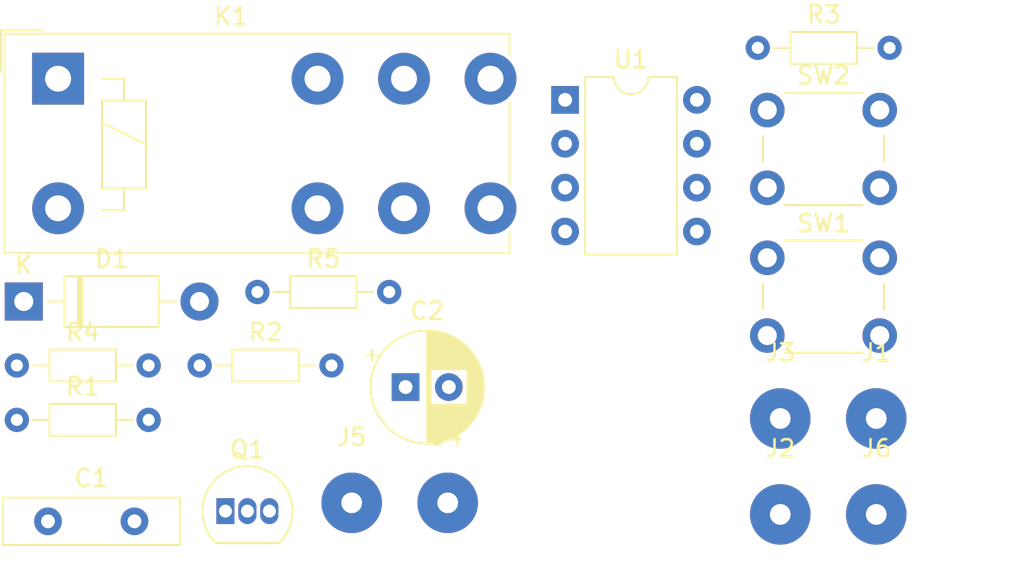
<source format=kicad_pcb>
(kicad_pcb (version 20171130) (host pcbnew "(5.1.5)-3")

  (general
    (thickness 1.6)
    (drawings 0)
    (tracks 0)
    (zones 0)
    (modules 19)
    (nets 14)
  )

  (page A4)
  (layers
    (0 F.Cu signal)
    (31 B.Cu signal)
    (32 B.Adhes user)
    (33 F.Adhes user)
    (34 B.Paste user)
    (35 F.Paste user)
    (36 B.SilkS user)
    (37 F.SilkS user)
    (38 B.Mask user)
    (39 F.Mask user)
    (40 Dwgs.User user)
    (41 Cmts.User user)
    (42 Eco1.User user)
    (43 Eco2.User user)
    (44 Edge.Cuts user)
    (45 Margin user)
    (46 B.CrtYd user)
    (47 F.CrtYd user)
    (48 B.Fab user)
    (49 F.Fab user)
  )

  (setup
    (last_trace_width 0.25)
    (trace_clearance 0.2)
    (zone_clearance 0.508)
    (zone_45_only no)
    (trace_min 0.2)
    (via_size 0.8)
    (via_drill 0.4)
    (via_min_size 0.4)
    (via_min_drill 0.3)
    (uvia_size 0.3)
    (uvia_drill 0.1)
    (uvias_allowed no)
    (uvia_min_size 0.2)
    (uvia_min_drill 0.1)
    (edge_width 0.05)
    (segment_width 0.2)
    (pcb_text_width 0.3)
    (pcb_text_size 1.5 1.5)
    (mod_edge_width 0.12)
    (mod_text_size 1 1)
    (mod_text_width 0.15)
    (pad_size 1.524 1.524)
    (pad_drill 0.762)
    (pad_to_mask_clearance 0.051)
    (solder_mask_min_width 0.25)
    (aux_axis_origin 0 0)
    (visible_elements FFFFFF7F)
    (pcbplotparams
      (layerselection 0x010fc_ffffffff)
      (usegerberextensions false)
      (usegerberattributes false)
      (usegerberadvancedattributes false)
      (creategerberjobfile false)
      (excludeedgelayer true)
      (linewidth 0.100000)
      (plotframeref false)
      (viasonmask false)
      (mode 1)
      (useauxorigin false)
      (hpglpennumber 1)
      (hpglpenspeed 20)
      (hpglpendiameter 15.000000)
      (psnegative false)
      (psa4output false)
      (plotreference true)
      (plotvalue true)
      (plotinvisibletext false)
      (padsonsilk false)
      (subtractmaskfromsilk false)
      (outputformat 1)
      (mirror false)
      (drillshape 1)
      (scaleselection 1)
      (outputdirectory ""))
  )

  (net 0 "")
  (net 1 GND)
  (net 2 "Net-(C1-Pad1)")
  (net 3 "Net-(C2-Pad1)")
  (net 4 "Net-(D1-Pad2)")
  (net 5 +12V)
  (net 6 "Net-(J3-Pad1)")
  (net 7 "Net-(J5-Pad1)")
  (net 8 "Net-(K1-Pad12)")
  (net 9 "Net-(K1-Pad22)")
  (net 10 "Net-(Q1-Pad2)")
  (net 11 "Net-(R1-Pad2)")
  (net 12 "Net-(R2-Pad2)")
  (net 13 "Net-(R4-Pad1)")

  (net_class Default "Toto je výchozí třída sítě."
    (clearance 0.2)
    (trace_width 0.25)
    (via_dia 0.8)
    (via_drill 0.4)
    (uvia_dia 0.3)
    (uvia_drill 0.1)
    (add_net +12V)
    (add_net GND)
    (add_net "Net-(C1-Pad1)")
    (add_net "Net-(C2-Pad1)")
    (add_net "Net-(D1-Pad2)")
    (add_net "Net-(J3-Pad1)")
    (add_net "Net-(J5-Pad1)")
    (add_net "Net-(K1-Pad12)")
    (add_net "Net-(K1-Pad22)")
    (add_net "Net-(Q1-Pad2)")
    (add_net "Net-(R1-Pad2)")
    (add_net "Net-(R2-Pad2)")
    (add_net "Net-(R4-Pad1)")
  )

  (module Package_DIP:DIP-8_W7.62mm (layer F.Cu) (tedit 5A02E8C5) (tstamp 5FCFFEFA)
    (at 74.985 91.18)
    (descr "8-lead though-hole mounted DIP package, row spacing 7.62 mm (300 mils)")
    (tags "THT DIP DIL PDIP 2.54mm 7.62mm 300mil")
    (path /5FCF9D7F)
    (fp_text reference U1 (at 3.81 -2.33) (layer F.SilkS)
      (effects (font (size 1 1) (thickness 0.15)))
    )
    (fp_text value NE555 (at 3.81 9.95) (layer F.Fab)
      (effects (font (size 1 1) (thickness 0.15)))
    )
    (fp_text user %R (at 3.81 3.81) (layer F.Fab)
      (effects (font (size 1 1) (thickness 0.15)))
    )
    (fp_line (start 8.7 -1.55) (end -1.1 -1.55) (layer F.CrtYd) (width 0.05))
    (fp_line (start 8.7 9.15) (end 8.7 -1.55) (layer F.CrtYd) (width 0.05))
    (fp_line (start -1.1 9.15) (end 8.7 9.15) (layer F.CrtYd) (width 0.05))
    (fp_line (start -1.1 -1.55) (end -1.1 9.15) (layer F.CrtYd) (width 0.05))
    (fp_line (start 6.46 -1.33) (end 4.81 -1.33) (layer F.SilkS) (width 0.12))
    (fp_line (start 6.46 8.95) (end 6.46 -1.33) (layer F.SilkS) (width 0.12))
    (fp_line (start 1.16 8.95) (end 6.46 8.95) (layer F.SilkS) (width 0.12))
    (fp_line (start 1.16 -1.33) (end 1.16 8.95) (layer F.SilkS) (width 0.12))
    (fp_line (start 2.81 -1.33) (end 1.16 -1.33) (layer F.SilkS) (width 0.12))
    (fp_line (start 0.635 -0.27) (end 1.635 -1.27) (layer F.Fab) (width 0.1))
    (fp_line (start 0.635 8.89) (end 0.635 -0.27) (layer F.Fab) (width 0.1))
    (fp_line (start 6.985 8.89) (end 0.635 8.89) (layer F.Fab) (width 0.1))
    (fp_line (start 6.985 -1.27) (end 6.985 8.89) (layer F.Fab) (width 0.1))
    (fp_line (start 1.635 -1.27) (end 6.985 -1.27) (layer F.Fab) (width 0.1))
    (fp_arc (start 3.81 -1.33) (end 2.81 -1.33) (angle -180) (layer F.SilkS) (width 0.12))
    (pad 8 thru_hole oval (at 7.62 0) (size 1.6 1.6) (drill 0.8) (layers *.Cu *.Mask)
      (net 5 +12V))
    (pad 4 thru_hole oval (at 0 7.62) (size 1.6 1.6) (drill 0.8) (layers *.Cu *.Mask)
      (net 12 "Net-(R2-Pad2)"))
    (pad 7 thru_hole oval (at 7.62 2.54) (size 1.6 1.6) (drill 0.8) (layers *.Cu *.Mask)
      (net 3 "Net-(C2-Pad1)"))
    (pad 3 thru_hole oval (at 0 5.08) (size 1.6 1.6) (drill 0.8) (layers *.Cu *.Mask)
      (net 13 "Net-(R4-Pad1)"))
    (pad 6 thru_hole oval (at 7.62 5.08) (size 1.6 1.6) (drill 0.8) (layers *.Cu *.Mask)
      (net 3 "Net-(C2-Pad1)"))
    (pad 2 thru_hole oval (at 0 2.54) (size 1.6 1.6) (drill 0.8) (layers *.Cu *.Mask)
      (net 11 "Net-(R1-Pad2)"))
    (pad 5 thru_hole oval (at 7.62 7.62) (size 1.6 1.6) (drill 0.8) (layers *.Cu *.Mask)
      (net 2 "Net-(C1-Pad1)"))
    (pad 1 thru_hole rect (at 0 0) (size 1.6 1.6) (drill 0.8) (layers *.Cu *.Mask)
      (net 1 GND))
    (model ${KISYS3DMOD}/Package_DIP.3dshapes/DIP-8_W7.62mm.wrl
      (at (xyz 0 0 0))
      (scale (xyz 1 1 1))
      (rotate (xyz 0 0 0))
    )
  )

  (module Button_Switch_THT:SW_PUSH_6mm_H8mm (layer F.Cu) (tedit 5A02FE31) (tstamp 5FCFFED6)
    (at 86.675 91.77)
    (descr "tactile push button, 6x6mm e.g. PHAP33xx series, height=8mm")
    (tags "tact sw push 6mm")
    (path /5FD01299)
    (fp_text reference SW2 (at 3.25 -2) (layer F.SilkS)
      (effects (font (size 1 1) (thickness 0.15)))
    )
    (fp_text value Stop (at 3.75 6.7) (layer F.Fab)
      (effects (font (size 1 1) (thickness 0.15)))
    )
    (fp_circle (center 3.25 2.25) (end 1.25 2.5) (layer F.Fab) (width 0.1))
    (fp_line (start 6.75 3) (end 6.75 1.5) (layer F.SilkS) (width 0.12))
    (fp_line (start 5.5 -1) (end 1 -1) (layer F.SilkS) (width 0.12))
    (fp_line (start -0.25 1.5) (end -0.25 3) (layer F.SilkS) (width 0.12))
    (fp_line (start 1 5.5) (end 5.5 5.5) (layer F.SilkS) (width 0.12))
    (fp_line (start 8 -1.25) (end 8 5.75) (layer F.CrtYd) (width 0.05))
    (fp_line (start 7.75 6) (end -1.25 6) (layer F.CrtYd) (width 0.05))
    (fp_line (start -1.5 5.75) (end -1.5 -1.25) (layer F.CrtYd) (width 0.05))
    (fp_line (start -1.25 -1.5) (end 7.75 -1.5) (layer F.CrtYd) (width 0.05))
    (fp_line (start -1.5 6) (end -1.25 6) (layer F.CrtYd) (width 0.05))
    (fp_line (start -1.5 5.75) (end -1.5 6) (layer F.CrtYd) (width 0.05))
    (fp_line (start -1.5 -1.5) (end -1.25 -1.5) (layer F.CrtYd) (width 0.05))
    (fp_line (start -1.5 -1.25) (end -1.5 -1.5) (layer F.CrtYd) (width 0.05))
    (fp_line (start 8 -1.5) (end 8 -1.25) (layer F.CrtYd) (width 0.05))
    (fp_line (start 7.75 -1.5) (end 8 -1.5) (layer F.CrtYd) (width 0.05))
    (fp_line (start 8 6) (end 8 5.75) (layer F.CrtYd) (width 0.05))
    (fp_line (start 7.75 6) (end 8 6) (layer F.CrtYd) (width 0.05))
    (fp_line (start 0.25 -0.75) (end 3.25 -0.75) (layer F.Fab) (width 0.1))
    (fp_line (start 0.25 5.25) (end 0.25 -0.75) (layer F.Fab) (width 0.1))
    (fp_line (start 6.25 5.25) (end 0.25 5.25) (layer F.Fab) (width 0.1))
    (fp_line (start 6.25 -0.75) (end 6.25 5.25) (layer F.Fab) (width 0.1))
    (fp_line (start 3.25 -0.75) (end 6.25 -0.75) (layer F.Fab) (width 0.1))
    (fp_text user %R (at 3.25 2.25) (layer F.Fab)
      (effects (font (size 1 1) (thickness 0.15)))
    )
    (pad 1 thru_hole circle (at 6.5 0 90) (size 2 2) (drill 1.1) (layers *.Cu *.Mask)
      (net 1 GND))
    (pad 2 thru_hole circle (at 6.5 4.5 90) (size 2 2) (drill 1.1) (layers *.Cu *.Mask)
      (net 12 "Net-(R2-Pad2)"))
    (pad 1 thru_hole circle (at 0 0 90) (size 2 2) (drill 1.1) (layers *.Cu *.Mask)
      (net 1 GND))
    (pad 2 thru_hole circle (at 0 4.5 90) (size 2 2) (drill 1.1) (layers *.Cu *.Mask)
      (net 12 "Net-(R2-Pad2)"))
    (model ${KISYS3DMOD}/Button_Switch_THT.3dshapes/SW_PUSH_6mm_H8mm.wrl
      (at (xyz 0 0 0))
      (scale (xyz 1 1 1))
      (rotate (xyz 0 0 0))
    )
  )

  (module Button_Switch_THT:SW_PUSH_6mm_H8mm (layer F.Cu) (tedit 5A02FE31) (tstamp 5FCFFEB7)
    (at 86.675 100.32)
    (descr "tactile push button, 6x6mm e.g. PHAP33xx series, height=8mm")
    (tags "tact sw push 6mm")
    (path /5FD002A2)
    (fp_text reference SW1 (at 3.25 -2) (layer F.SilkS)
      (effects (font (size 1 1) (thickness 0.15)))
    )
    (fp_text value Start (at 3.75 6.7) (layer F.Fab)
      (effects (font (size 1 1) (thickness 0.15)))
    )
    (fp_circle (center 3.25 2.25) (end 1.25 2.5) (layer F.Fab) (width 0.1))
    (fp_line (start 6.75 3) (end 6.75 1.5) (layer F.SilkS) (width 0.12))
    (fp_line (start 5.5 -1) (end 1 -1) (layer F.SilkS) (width 0.12))
    (fp_line (start -0.25 1.5) (end -0.25 3) (layer F.SilkS) (width 0.12))
    (fp_line (start 1 5.5) (end 5.5 5.5) (layer F.SilkS) (width 0.12))
    (fp_line (start 8 -1.25) (end 8 5.75) (layer F.CrtYd) (width 0.05))
    (fp_line (start 7.75 6) (end -1.25 6) (layer F.CrtYd) (width 0.05))
    (fp_line (start -1.5 5.75) (end -1.5 -1.25) (layer F.CrtYd) (width 0.05))
    (fp_line (start -1.25 -1.5) (end 7.75 -1.5) (layer F.CrtYd) (width 0.05))
    (fp_line (start -1.5 6) (end -1.25 6) (layer F.CrtYd) (width 0.05))
    (fp_line (start -1.5 5.75) (end -1.5 6) (layer F.CrtYd) (width 0.05))
    (fp_line (start -1.5 -1.5) (end -1.25 -1.5) (layer F.CrtYd) (width 0.05))
    (fp_line (start -1.5 -1.25) (end -1.5 -1.5) (layer F.CrtYd) (width 0.05))
    (fp_line (start 8 -1.5) (end 8 -1.25) (layer F.CrtYd) (width 0.05))
    (fp_line (start 7.75 -1.5) (end 8 -1.5) (layer F.CrtYd) (width 0.05))
    (fp_line (start 8 6) (end 8 5.75) (layer F.CrtYd) (width 0.05))
    (fp_line (start 7.75 6) (end 8 6) (layer F.CrtYd) (width 0.05))
    (fp_line (start 0.25 -0.75) (end 3.25 -0.75) (layer F.Fab) (width 0.1))
    (fp_line (start 0.25 5.25) (end 0.25 -0.75) (layer F.Fab) (width 0.1))
    (fp_line (start 6.25 5.25) (end 0.25 5.25) (layer F.Fab) (width 0.1))
    (fp_line (start 6.25 -0.75) (end 6.25 5.25) (layer F.Fab) (width 0.1))
    (fp_line (start 3.25 -0.75) (end 6.25 -0.75) (layer F.Fab) (width 0.1))
    (fp_text user %R (at 3.25 2.25) (layer F.Fab)
      (effects (font (size 1 1) (thickness 0.15)))
    )
    (pad 1 thru_hole circle (at 6.5 0 90) (size 2 2) (drill 1.1) (layers *.Cu *.Mask)
      (net 1 GND))
    (pad 2 thru_hole circle (at 6.5 4.5 90) (size 2 2) (drill 1.1) (layers *.Cu *.Mask)
      (net 11 "Net-(R1-Pad2)"))
    (pad 1 thru_hole circle (at 0 0 90) (size 2 2) (drill 1.1) (layers *.Cu *.Mask)
      (net 1 GND))
    (pad 2 thru_hole circle (at 0 4.5 90) (size 2 2) (drill 1.1) (layers *.Cu *.Mask)
      (net 11 "Net-(R1-Pad2)"))
    (model ${KISYS3DMOD}/Button_Switch_THT.3dshapes/SW_PUSH_6mm_H8mm.wrl
      (at (xyz 0 0 0))
      (scale (xyz 1 1 1))
      (rotate (xyz 0 0 0))
    )
  )

  (module Resistor_THT:R_Axial_DIN0204_L3.6mm_D1.6mm_P7.62mm_Horizontal (layer F.Cu) (tedit 5AE5139B) (tstamp 5FCFFE98)
    (at 57.195 102.3)
    (descr "Resistor, Axial_DIN0204 series, Axial, Horizontal, pin pitch=7.62mm, 0.167W, length*diameter=3.6*1.6mm^2, http://cdn-reichelt.de/documents/datenblatt/B400/1_4W%23YAG.pdf")
    (tags "Resistor Axial_DIN0204 series Axial Horizontal pin pitch 7.62mm 0.167W length 3.6mm diameter 1.6mm")
    (path /5FCFBC16)
    (fp_text reference R5 (at 3.81 -1.92) (layer F.SilkS)
      (effects (font (size 1 1) (thickness 0.15)))
    )
    (fp_text value 10k (at 3.81 1.92) (layer F.Fab)
      (effects (font (size 1 1) (thickness 0.15)))
    )
    (fp_text user %R (at 3.81 0) (layer F.Fab)
      (effects (font (size 0.72 0.72) (thickness 0.108)))
    )
    (fp_line (start 8.57 -1.05) (end -0.95 -1.05) (layer F.CrtYd) (width 0.05))
    (fp_line (start 8.57 1.05) (end 8.57 -1.05) (layer F.CrtYd) (width 0.05))
    (fp_line (start -0.95 1.05) (end 8.57 1.05) (layer F.CrtYd) (width 0.05))
    (fp_line (start -0.95 -1.05) (end -0.95 1.05) (layer F.CrtYd) (width 0.05))
    (fp_line (start 6.68 0) (end 5.73 0) (layer F.SilkS) (width 0.12))
    (fp_line (start 0.94 0) (end 1.89 0) (layer F.SilkS) (width 0.12))
    (fp_line (start 5.73 -0.92) (end 1.89 -0.92) (layer F.SilkS) (width 0.12))
    (fp_line (start 5.73 0.92) (end 5.73 -0.92) (layer F.SilkS) (width 0.12))
    (fp_line (start 1.89 0.92) (end 5.73 0.92) (layer F.SilkS) (width 0.12))
    (fp_line (start 1.89 -0.92) (end 1.89 0.92) (layer F.SilkS) (width 0.12))
    (fp_line (start 7.62 0) (end 5.61 0) (layer F.Fab) (width 0.1))
    (fp_line (start 0 0) (end 2.01 0) (layer F.Fab) (width 0.1))
    (fp_line (start 5.61 -0.8) (end 2.01 -0.8) (layer F.Fab) (width 0.1))
    (fp_line (start 5.61 0.8) (end 5.61 -0.8) (layer F.Fab) (width 0.1))
    (fp_line (start 2.01 0.8) (end 5.61 0.8) (layer F.Fab) (width 0.1))
    (fp_line (start 2.01 -0.8) (end 2.01 0.8) (layer F.Fab) (width 0.1))
    (pad 2 thru_hole oval (at 7.62 0) (size 1.4 1.4) (drill 0.7) (layers *.Cu *.Mask)
      (net 1 GND))
    (pad 1 thru_hole circle (at 0 0) (size 1.4 1.4) (drill 0.7) (layers *.Cu *.Mask)
      (net 10 "Net-(Q1-Pad2)"))
    (model ${KISYS3DMOD}/Resistor_THT.3dshapes/R_Axial_DIN0204_L3.6mm_D1.6mm_P7.62mm_Horizontal.wrl
      (at (xyz 0 0 0))
      (scale (xyz 1 1 1))
      (rotate (xyz 0 0 0))
    )
  )

  (module Resistor_THT:R_Axial_DIN0204_L3.6mm_D1.6mm_P7.62mm_Horizontal (layer F.Cu) (tedit 5AE5139B) (tstamp 5FCFFE81)
    (at 43.285 106.55)
    (descr "Resistor, Axial_DIN0204 series, Axial, Horizontal, pin pitch=7.62mm, 0.167W, length*diameter=3.6*1.6mm^2, http://cdn-reichelt.de/documents/datenblatt/B400/1_4W%23YAG.pdf")
    (tags "Resistor Axial_DIN0204 series Axial Horizontal pin pitch 7.62mm 0.167W length 3.6mm diameter 1.6mm")
    (path /5FD01970)
    (fp_text reference R4 (at 3.81 -1.92) (layer F.SilkS)
      (effects (font (size 1 1) (thickness 0.15)))
    )
    (fp_text value 4k7 (at 3.81 1.92) (layer F.Fab)
      (effects (font (size 1 1) (thickness 0.15)))
    )
    (fp_text user %R (at 3.81 0) (layer F.Fab)
      (effects (font (size 0.72 0.72) (thickness 0.108)))
    )
    (fp_line (start 8.57 -1.05) (end -0.95 -1.05) (layer F.CrtYd) (width 0.05))
    (fp_line (start 8.57 1.05) (end 8.57 -1.05) (layer F.CrtYd) (width 0.05))
    (fp_line (start -0.95 1.05) (end 8.57 1.05) (layer F.CrtYd) (width 0.05))
    (fp_line (start -0.95 -1.05) (end -0.95 1.05) (layer F.CrtYd) (width 0.05))
    (fp_line (start 6.68 0) (end 5.73 0) (layer F.SilkS) (width 0.12))
    (fp_line (start 0.94 0) (end 1.89 0) (layer F.SilkS) (width 0.12))
    (fp_line (start 5.73 -0.92) (end 1.89 -0.92) (layer F.SilkS) (width 0.12))
    (fp_line (start 5.73 0.92) (end 5.73 -0.92) (layer F.SilkS) (width 0.12))
    (fp_line (start 1.89 0.92) (end 5.73 0.92) (layer F.SilkS) (width 0.12))
    (fp_line (start 1.89 -0.92) (end 1.89 0.92) (layer F.SilkS) (width 0.12))
    (fp_line (start 7.62 0) (end 5.61 0) (layer F.Fab) (width 0.1))
    (fp_line (start 0 0) (end 2.01 0) (layer F.Fab) (width 0.1))
    (fp_line (start 5.61 -0.8) (end 2.01 -0.8) (layer F.Fab) (width 0.1))
    (fp_line (start 5.61 0.8) (end 5.61 -0.8) (layer F.Fab) (width 0.1))
    (fp_line (start 2.01 0.8) (end 5.61 0.8) (layer F.Fab) (width 0.1))
    (fp_line (start 2.01 -0.8) (end 2.01 0.8) (layer F.Fab) (width 0.1))
    (pad 2 thru_hole oval (at 7.62 0) (size 1.4 1.4) (drill 0.7) (layers *.Cu *.Mask)
      (net 10 "Net-(Q1-Pad2)"))
    (pad 1 thru_hole circle (at 0 0) (size 1.4 1.4) (drill 0.7) (layers *.Cu *.Mask)
      (net 13 "Net-(R4-Pad1)"))
    (model ${KISYS3DMOD}/Resistor_THT.3dshapes/R_Axial_DIN0204_L3.6mm_D1.6mm_P7.62mm_Horizontal.wrl
      (at (xyz 0 0 0))
      (scale (xyz 1 1 1))
      (rotate (xyz 0 0 0))
    )
  )

  (module Resistor_THT:R_Axial_DIN0204_L3.6mm_D1.6mm_P7.62mm_Horizontal (layer F.Cu) (tedit 5AE5139B) (tstamp 5FCFFE6A)
    (at 86.125 88.17)
    (descr "Resistor, Axial_DIN0204 series, Axial, Horizontal, pin pitch=7.62mm, 0.167W, length*diameter=3.6*1.6mm^2, http://cdn-reichelt.de/documents/datenblatt/B400/1_4W%23YAG.pdf")
    (tags "Resistor Axial_DIN0204 series Axial Horizontal pin pitch 7.62mm 0.167W length 3.6mm diameter 1.6mm")
    (path /5FCFB058)
    (fp_text reference R3 (at 3.81 -1.92) (layer F.SilkS)
      (effects (font (size 1 1) (thickness 0.15)))
    )
    (fp_text value 470k-1M (at 3.81 1.92) (layer F.Fab)
      (effects (font (size 1 1) (thickness 0.15)))
    )
    (fp_text user %R (at 3.81 0) (layer F.Fab)
      (effects (font (size 0.72 0.72) (thickness 0.108)))
    )
    (fp_line (start 8.57 -1.05) (end -0.95 -1.05) (layer F.CrtYd) (width 0.05))
    (fp_line (start 8.57 1.05) (end 8.57 -1.05) (layer F.CrtYd) (width 0.05))
    (fp_line (start -0.95 1.05) (end 8.57 1.05) (layer F.CrtYd) (width 0.05))
    (fp_line (start -0.95 -1.05) (end -0.95 1.05) (layer F.CrtYd) (width 0.05))
    (fp_line (start 6.68 0) (end 5.73 0) (layer F.SilkS) (width 0.12))
    (fp_line (start 0.94 0) (end 1.89 0) (layer F.SilkS) (width 0.12))
    (fp_line (start 5.73 -0.92) (end 1.89 -0.92) (layer F.SilkS) (width 0.12))
    (fp_line (start 5.73 0.92) (end 5.73 -0.92) (layer F.SilkS) (width 0.12))
    (fp_line (start 1.89 0.92) (end 5.73 0.92) (layer F.SilkS) (width 0.12))
    (fp_line (start 1.89 -0.92) (end 1.89 0.92) (layer F.SilkS) (width 0.12))
    (fp_line (start 7.62 0) (end 5.61 0) (layer F.Fab) (width 0.1))
    (fp_line (start 0 0) (end 2.01 0) (layer F.Fab) (width 0.1))
    (fp_line (start 5.61 -0.8) (end 2.01 -0.8) (layer F.Fab) (width 0.1))
    (fp_line (start 5.61 0.8) (end 5.61 -0.8) (layer F.Fab) (width 0.1))
    (fp_line (start 2.01 0.8) (end 5.61 0.8) (layer F.Fab) (width 0.1))
    (fp_line (start 2.01 -0.8) (end 2.01 0.8) (layer F.Fab) (width 0.1))
    (pad 2 thru_hole oval (at 7.62 0) (size 1.4 1.4) (drill 0.7) (layers *.Cu *.Mask)
      (net 3 "Net-(C2-Pad1)"))
    (pad 1 thru_hole circle (at 0 0) (size 1.4 1.4) (drill 0.7) (layers *.Cu *.Mask)
      (net 5 +12V))
    (model ${KISYS3DMOD}/Resistor_THT.3dshapes/R_Axial_DIN0204_L3.6mm_D1.6mm_P7.62mm_Horizontal.wrl
      (at (xyz 0 0 0))
      (scale (xyz 1 1 1))
      (rotate (xyz 0 0 0))
    )
  )

  (module Resistor_THT:R_Axial_DIN0204_L3.6mm_D1.6mm_P7.62mm_Horizontal (layer F.Cu) (tedit 5AE5139B) (tstamp 5FCFFE53)
    (at 53.855 106.55)
    (descr "Resistor, Axial_DIN0204 series, Axial, Horizontal, pin pitch=7.62mm, 0.167W, length*diameter=3.6*1.6mm^2, http://cdn-reichelt.de/documents/datenblatt/B400/1_4W%23YAG.pdf")
    (tags "Resistor Axial_DIN0204 series Axial Horizontal pin pitch 7.62mm 0.167W length 3.6mm diameter 1.6mm")
    (path /5FCFB6B1)
    (fp_text reference R2 (at 3.81 -1.92) (layer F.SilkS)
      (effects (font (size 1 1) (thickness 0.15)))
    )
    (fp_text value 10k (at 3.81 1.92) (layer F.Fab)
      (effects (font (size 1 1) (thickness 0.15)))
    )
    (fp_text user %R (at 3.81 0) (layer F.Fab)
      (effects (font (size 0.72 0.72) (thickness 0.108)))
    )
    (fp_line (start 8.57 -1.05) (end -0.95 -1.05) (layer F.CrtYd) (width 0.05))
    (fp_line (start 8.57 1.05) (end 8.57 -1.05) (layer F.CrtYd) (width 0.05))
    (fp_line (start -0.95 1.05) (end 8.57 1.05) (layer F.CrtYd) (width 0.05))
    (fp_line (start -0.95 -1.05) (end -0.95 1.05) (layer F.CrtYd) (width 0.05))
    (fp_line (start 6.68 0) (end 5.73 0) (layer F.SilkS) (width 0.12))
    (fp_line (start 0.94 0) (end 1.89 0) (layer F.SilkS) (width 0.12))
    (fp_line (start 5.73 -0.92) (end 1.89 -0.92) (layer F.SilkS) (width 0.12))
    (fp_line (start 5.73 0.92) (end 5.73 -0.92) (layer F.SilkS) (width 0.12))
    (fp_line (start 1.89 0.92) (end 5.73 0.92) (layer F.SilkS) (width 0.12))
    (fp_line (start 1.89 -0.92) (end 1.89 0.92) (layer F.SilkS) (width 0.12))
    (fp_line (start 7.62 0) (end 5.61 0) (layer F.Fab) (width 0.1))
    (fp_line (start 0 0) (end 2.01 0) (layer F.Fab) (width 0.1))
    (fp_line (start 5.61 -0.8) (end 2.01 -0.8) (layer F.Fab) (width 0.1))
    (fp_line (start 5.61 0.8) (end 5.61 -0.8) (layer F.Fab) (width 0.1))
    (fp_line (start 2.01 0.8) (end 5.61 0.8) (layer F.Fab) (width 0.1))
    (fp_line (start 2.01 -0.8) (end 2.01 0.8) (layer F.Fab) (width 0.1))
    (pad 2 thru_hole oval (at 7.62 0) (size 1.4 1.4) (drill 0.7) (layers *.Cu *.Mask)
      (net 12 "Net-(R2-Pad2)"))
    (pad 1 thru_hole circle (at 0 0) (size 1.4 1.4) (drill 0.7) (layers *.Cu *.Mask)
      (net 5 +12V))
    (model ${KISYS3DMOD}/Resistor_THT.3dshapes/R_Axial_DIN0204_L3.6mm_D1.6mm_P7.62mm_Horizontal.wrl
      (at (xyz 0 0 0))
      (scale (xyz 1 1 1))
      (rotate (xyz 0 0 0))
    )
  )

  (module Resistor_THT:R_Axial_DIN0204_L3.6mm_D1.6mm_P7.62mm_Horizontal (layer F.Cu) (tedit 5AE5139B) (tstamp 5FCFFE3C)
    (at 43.285 109.7)
    (descr "Resistor, Axial_DIN0204 series, Axial, Horizontal, pin pitch=7.62mm, 0.167W, length*diameter=3.6*1.6mm^2, http://cdn-reichelt.de/documents/datenblatt/B400/1_4W%23YAG.pdf")
    (tags "Resistor Axial_DIN0204 series Axial Horizontal pin pitch 7.62mm 0.167W length 3.6mm diameter 1.6mm")
    (path /5FCFA686)
    (fp_text reference R1 (at 3.81 -1.92) (layer F.SilkS)
      (effects (font (size 1 1) (thickness 0.15)))
    )
    (fp_text value 10k (at 3.81 1.92) (layer F.Fab)
      (effects (font (size 1 1) (thickness 0.15)))
    )
    (fp_text user %R (at 3.81 0) (layer F.Fab)
      (effects (font (size 0.72 0.72) (thickness 0.108)))
    )
    (fp_line (start 8.57 -1.05) (end -0.95 -1.05) (layer F.CrtYd) (width 0.05))
    (fp_line (start 8.57 1.05) (end 8.57 -1.05) (layer F.CrtYd) (width 0.05))
    (fp_line (start -0.95 1.05) (end 8.57 1.05) (layer F.CrtYd) (width 0.05))
    (fp_line (start -0.95 -1.05) (end -0.95 1.05) (layer F.CrtYd) (width 0.05))
    (fp_line (start 6.68 0) (end 5.73 0) (layer F.SilkS) (width 0.12))
    (fp_line (start 0.94 0) (end 1.89 0) (layer F.SilkS) (width 0.12))
    (fp_line (start 5.73 -0.92) (end 1.89 -0.92) (layer F.SilkS) (width 0.12))
    (fp_line (start 5.73 0.92) (end 5.73 -0.92) (layer F.SilkS) (width 0.12))
    (fp_line (start 1.89 0.92) (end 5.73 0.92) (layer F.SilkS) (width 0.12))
    (fp_line (start 1.89 -0.92) (end 1.89 0.92) (layer F.SilkS) (width 0.12))
    (fp_line (start 7.62 0) (end 5.61 0) (layer F.Fab) (width 0.1))
    (fp_line (start 0 0) (end 2.01 0) (layer F.Fab) (width 0.1))
    (fp_line (start 5.61 -0.8) (end 2.01 -0.8) (layer F.Fab) (width 0.1))
    (fp_line (start 5.61 0.8) (end 5.61 -0.8) (layer F.Fab) (width 0.1))
    (fp_line (start 2.01 0.8) (end 5.61 0.8) (layer F.Fab) (width 0.1))
    (fp_line (start 2.01 -0.8) (end 2.01 0.8) (layer F.Fab) (width 0.1))
    (pad 2 thru_hole oval (at 7.62 0) (size 1.4 1.4) (drill 0.7) (layers *.Cu *.Mask)
      (net 11 "Net-(R1-Pad2)"))
    (pad 1 thru_hole circle (at 0 0) (size 1.4 1.4) (drill 0.7) (layers *.Cu *.Mask)
      (net 5 +12V))
    (model ${KISYS3DMOD}/Resistor_THT.3dshapes/R_Axial_DIN0204_L3.6mm_D1.6mm_P7.62mm_Horizontal.wrl
      (at (xyz 0 0 0))
      (scale (xyz 1 1 1))
      (rotate (xyz 0 0 0))
    )
  )

  (module Package_TO_SOT_THT:TO-92_Inline (layer F.Cu) (tedit 5A1DD157) (tstamp 5FCFFE25)
    (at 55.345 114.98)
    (descr "TO-92 leads in-line, narrow, oval pads, drill 0.75mm (see NXP sot054_po.pdf)")
    (tags "to-92 sc-43 sc-43a sot54 PA33 transistor")
    (path /5FCFC78D)
    (fp_text reference Q1 (at 1.27 -3.56) (layer F.SilkS)
      (effects (font (size 1 1) (thickness 0.15)))
    )
    (fp_text value BC337 (at 1.27 2.79) (layer F.Fab)
      (effects (font (size 1 1) (thickness 0.15)))
    )
    (fp_arc (start 1.27 0) (end 1.27 -2.6) (angle 135) (layer F.SilkS) (width 0.12))
    (fp_arc (start 1.27 0) (end 1.27 -2.48) (angle -135) (layer F.Fab) (width 0.1))
    (fp_arc (start 1.27 0) (end 1.27 -2.6) (angle -135) (layer F.SilkS) (width 0.12))
    (fp_arc (start 1.27 0) (end 1.27 -2.48) (angle 135) (layer F.Fab) (width 0.1))
    (fp_line (start 4 2.01) (end -1.46 2.01) (layer F.CrtYd) (width 0.05))
    (fp_line (start 4 2.01) (end 4 -2.73) (layer F.CrtYd) (width 0.05))
    (fp_line (start -1.46 -2.73) (end -1.46 2.01) (layer F.CrtYd) (width 0.05))
    (fp_line (start -1.46 -2.73) (end 4 -2.73) (layer F.CrtYd) (width 0.05))
    (fp_line (start -0.5 1.75) (end 3 1.75) (layer F.Fab) (width 0.1))
    (fp_line (start -0.53 1.85) (end 3.07 1.85) (layer F.SilkS) (width 0.12))
    (fp_text user %R (at 1.27 -3.56) (layer F.Fab)
      (effects (font (size 1 1) (thickness 0.15)))
    )
    (pad 1 thru_hole rect (at 0 0) (size 1.05 1.5) (drill 0.75) (layers *.Cu *.Mask)
      (net 4 "Net-(D1-Pad2)"))
    (pad 3 thru_hole oval (at 2.54 0) (size 1.05 1.5) (drill 0.75) (layers *.Cu *.Mask)
      (net 1 GND))
    (pad 2 thru_hole oval (at 1.27 0) (size 1.05 1.5) (drill 0.75) (layers *.Cu *.Mask)
      (net 10 "Net-(Q1-Pad2)"))
    (model ${KISYS3DMOD}/Package_TO_SOT_THT.3dshapes/TO-92_Inline.wrl
      (at (xyz 0 0 0))
      (scale (xyz 1 1 1))
      (rotate (xyz 0 0 0))
    )
  )

  (module Relay_THT:Relay_DPDT_Finder_40.52 (layer F.Cu) (tedit 5A5B3E92) (tstamp 5FCFFE13)
    (at 45.67 89.955)
    (descr "Relay DPDT Finder 40.52, Pitch 5mm/7.5mm, https://www.finder-relais.net/de/finder-relais-serie-40.pdf")
    (tags "Relay DPDT Finder 40.52 Pitch 5mm")
    (path /5FD03F62)
    (fp_text reference K1 (at 10 -3.6) (layer F.SilkS)
      (effects (font (size 1 1) (thickness 0.15)))
    )
    (fp_text value RSM822 (at 12.192 11.43) (layer F.Fab)
      (effects (font (size 1 1) (thickness 0.15)))
    )
    (fp_line (start 26.75 10.25) (end -3.25 10.25) (layer F.CrtYd) (width 0.05))
    (fp_line (start 26.75 10.25) (end 26.75 -2.75) (layer F.CrtYd) (width 0.05))
    (fp_line (start -3.25 -2.75) (end -3.25 10.25) (layer F.CrtYd) (width 0.05))
    (fp_line (start -3.25 -2.75) (end 26.75 -2.75) (layer F.CrtYd) (width 0.05))
    (fp_line (start 2.54 1.27) (end 3.81 1.27) (layer F.SilkS) (width 0.12))
    (fp_line (start 2.54 6.35) (end 2.54 1.27) (layer F.SilkS) (width 0.12))
    (fp_line (start 5.08 6.35) (end 2.54 6.35) (layer F.SilkS) (width 0.12))
    (fp_line (start 5.08 1.27) (end 5.08 6.35) (layer F.SilkS) (width 0.12))
    (fp_line (start 3.81 1.27) (end 5.08 1.27) (layer F.SilkS) (width 0.12))
    (fp_line (start 3.81 0) (end 3.81 1.27) (layer F.SilkS) (width 0.12))
    (fp_line (start 2.54 0) (end 3.81 0) (layer F.SilkS) (width 0.12))
    (fp_line (start 3.81 7.62) (end 2.54 7.62) (layer F.SilkS) (width 0.12))
    (fp_line (start 3.81 6.35) (end 3.81 7.62) (layer F.SilkS) (width 0.12))
    (fp_line (start 2.54 2.54) (end 5.08 3.81) (layer F.SilkS) (width 0.12))
    (fp_line (start 0 1.8) (end 0 5.8) (layer F.Fab) (width 0.12))
    (fp_line (start -3 -1.4) (end -3 10) (layer F.Fab) (width 0.12))
    (fp_line (start -3 10) (end 26 10) (layer F.Fab) (width 0.12))
    (fp_line (start 26 10) (end 26 -2.5) (layer F.Fab) (width 0.12))
    (fp_line (start 26 -2.5) (end -2 -2.5) (layer F.Fab) (width 0.12))
    (fp_line (start -2 -2.5) (end -3 -1.4) (layer F.Fab) (width 0.12))
    (fp_line (start -3.1 -2.6) (end 26.1 -2.6) (layer F.SilkS) (width 0.12))
    (fp_line (start 26.1 -2.6) (end 26.1 -1.4) (layer F.SilkS) (width 0.12))
    (fp_line (start 26.1 1.4) (end 26.1 6.1) (layer F.SilkS) (width 0.12))
    (fp_line (start 26.1 8.9) (end 26.1 10.1) (layer F.SilkS) (width 0.12))
    (fp_line (start 26.1 10.1) (end -3.1 10.1) (layer F.SilkS) (width 0.12))
    (fp_line (start -3.1 10.1) (end -3.1 -2.6) (layer F.SilkS) (width 0.12))
    (fp_line (start -0.9 -2.8) (end -3.3 -2.8) (layer F.SilkS) (width 0.12))
    (fp_line (start -3.3 -0.4) (end -3.3 -2.8) (layer F.SilkS) (width 0.12))
    (fp_text user %R (at 12.065 3.81) (layer F.Fab)
      (effects (font (size 1 1) (thickness 0.15)))
    )
    (pad 14 thru_hole circle (at 25 0) (size 3 3) (drill 1.5) (layers *.Cu *.Mask)
      (net 6 "Net-(J3-Pad1)"))
    (pad 21 thru_hole circle (at 20 7.5) (size 3 3) (drill 1.5) (layers *.Cu *.Mask)
      (net 5 +12V))
    (pad 12 thru_hole circle (at 15 0) (size 3 3) (drill 1.5) (layers *.Cu *.Mask)
      (net 8 "Net-(K1-Pad12)"))
    (pad 22 thru_hole circle (at 15 7.5) (size 3 3) (drill 1.5) (layers *.Cu *.Mask)
      (net 9 "Net-(K1-Pad22)"))
    (pad 24 thru_hole circle (at 25 7.5) (size 3 3) (drill 1.5) (layers *.Cu *.Mask)
      (net 7 "Net-(J5-Pad1)"))
    (pad 11 thru_hole circle (at 20 0) (size 3 3) (drill 1.5) (layers *.Cu *.Mask)
      (net 5 +12V))
    (pad A2 thru_hole circle (at 0 7.5) (size 3 3) (drill 1.5) (layers *.Cu *.Mask)
      (net 5 +12V))
    (pad A1 thru_hole rect (at 0 0) (size 3 3) (drill 1.5) (layers *.Cu *.Mask)
      (net 4 "Net-(D1-Pad2)"))
    (model ${KISYS3DMOD}/Relay_THT.3dshapes/Relay_DPDT_Finder_40.52.wrl
      (at (xyz 0 0 0))
      (scale (xyz 1 1 1))
      (rotate (xyz 0 0 0))
    )
  )

  (module Connector_Wire:SolderWirePad_1x01_Drill1.2mm (layer F.Cu) (tedit 5AEE5EA7) (tstamp 5FCFFDEA)
    (at 92.975 115.17)
    (descr "Wire solder connection")
    (tags connector)
    (path /5FD6739F)
    (attr virtual)
    (fp_text reference J6 (at 0 -3.81) (layer F.SilkS)
      (effects (font (size 1 1) (thickness 0.15)))
    )
    (fp_text value Screw_Terminal_01x01 (at 0 3.175) (layer F.Fab)
      (effects (font (size 1 1) (thickness 0.15)))
    )
    (fp_line (start 2.25 2.25) (end -2.25 2.25) (layer F.CrtYd) (width 0.05))
    (fp_line (start 2.25 2.25) (end 2.25 -2.25) (layer F.CrtYd) (width 0.05))
    (fp_line (start -2.25 -2.25) (end -2.25 2.25) (layer F.CrtYd) (width 0.05))
    (fp_line (start -2.25 -2.25) (end 2.25 -2.25) (layer F.CrtYd) (width 0.05))
    (fp_text user %R (at 0 0) (layer F.Fab)
      (effects (font (size 1 1) (thickness 0.15)))
    )
    (pad 1 thru_hole circle (at 0 0) (size 3.50012 3.50012) (drill 1.19888) (layers *.Cu *.Mask)
      (net 1 GND))
  )

  (module Connector_Wire:SolderWirePad_1x01_Drill1.2mm (layer F.Cu) (tedit 5AEE5EA7) (tstamp 5FCFFDE0)
    (at 62.645 114.5)
    (descr "Wire solder connection")
    (tags connector)
    (path /5FD3B81C)
    (attr virtual)
    (fp_text reference J5 (at 0 -3.81) (layer F.SilkS)
      (effects (font (size 1 1) (thickness 0.15)))
    )
    (fp_text value Screw_Terminal_01x01 (at 0 3.175) (layer F.Fab)
      (effects (font (size 1 1) (thickness 0.15)))
    )
    (fp_line (start 2.25 2.25) (end -2.25 2.25) (layer F.CrtYd) (width 0.05))
    (fp_line (start 2.25 2.25) (end 2.25 -2.25) (layer F.CrtYd) (width 0.05))
    (fp_line (start -2.25 -2.25) (end -2.25 2.25) (layer F.CrtYd) (width 0.05))
    (fp_line (start -2.25 -2.25) (end 2.25 -2.25) (layer F.CrtYd) (width 0.05))
    (fp_text user %R (at 0 0) (layer F.Fab)
      (effects (font (size 1 1) (thickness 0.15)))
    )
    (pad 1 thru_hole circle (at 0 0) (size 3.50012 3.50012) (drill 1.19888) (layers *.Cu *.Mask)
      (net 7 "Net-(J5-Pad1)"))
  )

  (module Connector_Wire:SolderWirePad_1x01_Drill1.2mm (layer F.Cu) (tedit 5AEE5EA7) (tstamp 5FCFFDD6)
    (at 68.195 114.5)
    (descr "Wire solder connection")
    (tags connector)
    (path /5FD66B1F)
    (attr virtual)
    (fp_text reference J4 (at 0 -3.81) (layer F.SilkS)
      (effects (font (size 1 1) (thickness 0.15)))
    )
    (fp_text value Screw_Terminal_01x01 (at 0 3.175) (layer F.Fab)
      (effects (font (size 1 1) (thickness 0.15)))
    )
    (fp_line (start 2.25 2.25) (end -2.25 2.25) (layer F.CrtYd) (width 0.05))
    (fp_line (start 2.25 2.25) (end 2.25 -2.25) (layer F.CrtYd) (width 0.05))
    (fp_line (start -2.25 -2.25) (end -2.25 2.25) (layer F.CrtYd) (width 0.05))
    (fp_line (start -2.25 -2.25) (end 2.25 -2.25) (layer F.CrtYd) (width 0.05))
    (fp_text user %R (at 0 0) (layer F.Fab)
      (effects (font (size 1 1) (thickness 0.15)))
    )
    (pad 1 thru_hole circle (at 0 0) (size 3.50012 3.50012) (drill 1.19888) (layers *.Cu *.Mask)
      (net 1 GND))
  )

  (module Connector_Wire:SolderWirePad_1x01_Drill1.2mm (layer F.Cu) (tedit 5AEE5EA7) (tstamp 5FCFFDCC)
    (at 87.425 109.62)
    (descr "Wire solder connection")
    (tags connector)
    (path /5FD3B4F7)
    (attr virtual)
    (fp_text reference J3 (at 0 -3.81) (layer F.SilkS)
      (effects (font (size 1 1) (thickness 0.15)))
    )
    (fp_text value Screw_Terminal_01x01 (at 0 3.175) (layer F.Fab)
      (effects (font (size 1 1) (thickness 0.15)))
    )
    (fp_line (start 2.25 2.25) (end -2.25 2.25) (layer F.CrtYd) (width 0.05))
    (fp_line (start 2.25 2.25) (end 2.25 -2.25) (layer F.CrtYd) (width 0.05))
    (fp_line (start -2.25 -2.25) (end -2.25 2.25) (layer F.CrtYd) (width 0.05))
    (fp_line (start -2.25 -2.25) (end 2.25 -2.25) (layer F.CrtYd) (width 0.05))
    (fp_text user %R (at 0 0) (layer F.Fab)
      (effects (font (size 1 1) (thickness 0.15)))
    )
    (pad 1 thru_hole circle (at 0 0) (size 3.50012 3.50012) (drill 1.19888) (layers *.Cu *.Mask)
      (net 6 "Net-(J3-Pad1)"))
  )

  (module Connector_Wire:SolderWirePad_1x01_Drill1.2mm (layer F.Cu) (tedit 5AEE5EA7) (tstamp 5FCFFDC2)
    (at 87.425 115.17)
    (descr "Wire solder connection")
    (tags connector)
    (path /5FD3A39F)
    (attr virtual)
    (fp_text reference J2 (at 0 -3.81) (layer F.SilkS)
      (effects (font (size 1 1) (thickness 0.15)))
    )
    (fp_text value gnd (at 0 3.175) (layer F.Fab)
      (effects (font (size 1 1) (thickness 0.15)))
    )
    (fp_line (start 2.25 2.25) (end -2.25 2.25) (layer F.CrtYd) (width 0.05))
    (fp_line (start 2.25 2.25) (end 2.25 -2.25) (layer F.CrtYd) (width 0.05))
    (fp_line (start -2.25 -2.25) (end -2.25 2.25) (layer F.CrtYd) (width 0.05))
    (fp_line (start -2.25 -2.25) (end 2.25 -2.25) (layer F.CrtYd) (width 0.05))
    (fp_text user %R (at 0 0) (layer F.Fab)
      (effects (font (size 1 1) (thickness 0.15)))
    )
    (pad 1 thru_hole circle (at 0 0) (size 3.50012 3.50012) (drill 1.19888) (layers *.Cu *.Mask)
      (net 1 GND))
  )

  (module Connector_Wire:SolderWirePad_1x01_Drill1.2mm (layer F.Cu) (tedit 5AEE5EA7) (tstamp 5FCFFDB8)
    (at 92.975 109.62)
    (descr "Wire solder connection")
    (tags connector)
    (path /5FD39BC0)
    (attr virtual)
    (fp_text reference J1 (at 0 -3.81) (layer F.SilkS)
      (effects (font (size 1 1) (thickness 0.15)))
    )
    (fp_text value +12V (at 0 3.175) (layer F.Fab)
      (effects (font (size 1 1) (thickness 0.15)))
    )
    (fp_line (start 2.25 2.25) (end -2.25 2.25) (layer F.CrtYd) (width 0.05))
    (fp_line (start 2.25 2.25) (end 2.25 -2.25) (layer F.CrtYd) (width 0.05))
    (fp_line (start -2.25 -2.25) (end -2.25 2.25) (layer F.CrtYd) (width 0.05))
    (fp_line (start -2.25 -2.25) (end 2.25 -2.25) (layer F.CrtYd) (width 0.05))
    (fp_text user %R (at 0 0) (layer F.Fab)
      (effects (font (size 1 1) (thickness 0.15)))
    )
    (pad 1 thru_hole circle (at 0 0) (size 3.50012 3.50012) (drill 1.19888) (layers *.Cu *.Mask)
      (net 5 +12V))
  )

  (module Diode_THT:D_DO-41_SOD81_P10.16mm_Horizontal (layer F.Cu) (tedit 5AE50CD5) (tstamp 5FCFFDAE)
    (at 43.685 102.85)
    (descr "Diode, DO-41_SOD81 series, Axial, Horizontal, pin pitch=10.16mm, , length*diameter=5.2*2.7mm^2, , http://www.diodes.com/_files/packages/DO-41%20(Plastic).pdf")
    (tags "Diode DO-41_SOD81 series Axial Horizontal pin pitch 10.16mm  length 5.2mm diameter 2.7mm")
    (path /5FD092BB)
    (fp_text reference D1 (at 5.08 -2.47) (layer F.SilkS)
      (effects (font (size 1 1) (thickness 0.15)))
    )
    (fp_text value 1N4001 (at 5.08 2.47) (layer F.Fab)
      (effects (font (size 1 1) (thickness 0.15)))
    )
    (fp_text user K (at 0 -2.1) (layer F.SilkS)
      (effects (font (size 1 1) (thickness 0.15)))
    )
    (fp_text user K (at 0 -2.1) (layer F.Fab)
      (effects (font (size 1 1) (thickness 0.15)))
    )
    (fp_text user %R (at 5.47 0) (layer F.Fab)
      (effects (font (size 1 1) (thickness 0.15)))
    )
    (fp_line (start 11.51 -1.6) (end -1.35 -1.6) (layer F.CrtYd) (width 0.05))
    (fp_line (start 11.51 1.6) (end 11.51 -1.6) (layer F.CrtYd) (width 0.05))
    (fp_line (start -1.35 1.6) (end 11.51 1.6) (layer F.CrtYd) (width 0.05))
    (fp_line (start -1.35 -1.6) (end -1.35 1.6) (layer F.CrtYd) (width 0.05))
    (fp_line (start 3.14 -1.47) (end 3.14 1.47) (layer F.SilkS) (width 0.12))
    (fp_line (start 3.38 -1.47) (end 3.38 1.47) (layer F.SilkS) (width 0.12))
    (fp_line (start 3.26 -1.47) (end 3.26 1.47) (layer F.SilkS) (width 0.12))
    (fp_line (start 8.82 0) (end 7.8 0) (layer F.SilkS) (width 0.12))
    (fp_line (start 1.34 0) (end 2.36 0) (layer F.SilkS) (width 0.12))
    (fp_line (start 7.8 -1.47) (end 2.36 -1.47) (layer F.SilkS) (width 0.12))
    (fp_line (start 7.8 1.47) (end 7.8 -1.47) (layer F.SilkS) (width 0.12))
    (fp_line (start 2.36 1.47) (end 7.8 1.47) (layer F.SilkS) (width 0.12))
    (fp_line (start 2.36 -1.47) (end 2.36 1.47) (layer F.SilkS) (width 0.12))
    (fp_line (start 3.16 -1.35) (end 3.16 1.35) (layer F.Fab) (width 0.1))
    (fp_line (start 3.36 -1.35) (end 3.36 1.35) (layer F.Fab) (width 0.1))
    (fp_line (start 3.26 -1.35) (end 3.26 1.35) (layer F.Fab) (width 0.1))
    (fp_line (start 10.16 0) (end 7.68 0) (layer F.Fab) (width 0.1))
    (fp_line (start 0 0) (end 2.48 0) (layer F.Fab) (width 0.1))
    (fp_line (start 7.68 -1.35) (end 2.48 -1.35) (layer F.Fab) (width 0.1))
    (fp_line (start 7.68 1.35) (end 7.68 -1.35) (layer F.Fab) (width 0.1))
    (fp_line (start 2.48 1.35) (end 7.68 1.35) (layer F.Fab) (width 0.1))
    (fp_line (start 2.48 -1.35) (end 2.48 1.35) (layer F.Fab) (width 0.1))
    (pad 2 thru_hole oval (at 10.16 0) (size 2.2 2.2) (drill 1.1) (layers *.Cu *.Mask)
      (net 4 "Net-(D1-Pad2)"))
    (pad 1 thru_hole rect (at 0 0) (size 2.2 2.2) (drill 1.1) (layers *.Cu *.Mask)
      (net 5 +12V))
    (model ${KISYS3DMOD}/Diode_THT.3dshapes/D_DO-41_SOD81_P10.16mm_Horizontal.wrl
      (at (xyz 0 0 0))
      (scale (xyz 1 1 1))
      (rotate (xyz 0 0 0))
    )
  )

  (module Capacitor_THT:CP_Radial_D6.3mm_P2.50mm (layer F.Cu) (tedit 5AE50EF0) (tstamp 5FCFFD8F)
    (at 65.760241 107.8)
    (descr "CP, Radial series, Radial, pin pitch=2.50mm, , diameter=6.3mm, Electrolytic Capacitor")
    (tags "CP Radial series Radial pin pitch 2.50mm  diameter 6.3mm Electrolytic Capacitor")
    (path /5FCFFA66)
    (fp_text reference C2 (at 1.25 -4.4) (layer F.SilkS)
      (effects (font (size 1 1) (thickness 0.15)))
    )
    (fp_text value 100u (at 1.25 4.4) (layer F.Fab)
      (effects (font (size 1 1) (thickness 0.15)))
    )
    (fp_text user %R (at 1.25 0) (layer F.Fab)
      (effects (font (size 1 1) (thickness 0.15)))
    )
    (fp_line (start -1.935241 -2.154) (end -1.935241 -1.524) (layer F.SilkS) (width 0.12))
    (fp_line (start -2.250241 -1.839) (end -1.620241 -1.839) (layer F.SilkS) (width 0.12))
    (fp_line (start 4.491 -0.402) (end 4.491 0.402) (layer F.SilkS) (width 0.12))
    (fp_line (start 4.451 -0.633) (end 4.451 0.633) (layer F.SilkS) (width 0.12))
    (fp_line (start 4.411 -0.802) (end 4.411 0.802) (layer F.SilkS) (width 0.12))
    (fp_line (start 4.371 -0.94) (end 4.371 0.94) (layer F.SilkS) (width 0.12))
    (fp_line (start 4.331 -1.059) (end 4.331 1.059) (layer F.SilkS) (width 0.12))
    (fp_line (start 4.291 -1.165) (end 4.291 1.165) (layer F.SilkS) (width 0.12))
    (fp_line (start 4.251 -1.262) (end 4.251 1.262) (layer F.SilkS) (width 0.12))
    (fp_line (start 4.211 -1.35) (end 4.211 1.35) (layer F.SilkS) (width 0.12))
    (fp_line (start 4.171 -1.432) (end 4.171 1.432) (layer F.SilkS) (width 0.12))
    (fp_line (start 4.131 -1.509) (end 4.131 1.509) (layer F.SilkS) (width 0.12))
    (fp_line (start 4.091 -1.581) (end 4.091 1.581) (layer F.SilkS) (width 0.12))
    (fp_line (start 4.051 -1.65) (end 4.051 1.65) (layer F.SilkS) (width 0.12))
    (fp_line (start 4.011 -1.714) (end 4.011 1.714) (layer F.SilkS) (width 0.12))
    (fp_line (start 3.971 -1.776) (end 3.971 1.776) (layer F.SilkS) (width 0.12))
    (fp_line (start 3.931 -1.834) (end 3.931 1.834) (layer F.SilkS) (width 0.12))
    (fp_line (start 3.891 -1.89) (end 3.891 1.89) (layer F.SilkS) (width 0.12))
    (fp_line (start 3.851 -1.944) (end 3.851 1.944) (layer F.SilkS) (width 0.12))
    (fp_line (start 3.811 -1.995) (end 3.811 1.995) (layer F.SilkS) (width 0.12))
    (fp_line (start 3.771 -2.044) (end 3.771 2.044) (layer F.SilkS) (width 0.12))
    (fp_line (start 3.731 -2.092) (end 3.731 2.092) (layer F.SilkS) (width 0.12))
    (fp_line (start 3.691 -2.137) (end 3.691 2.137) (layer F.SilkS) (width 0.12))
    (fp_line (start 3.651 -2.182) (end 3.651 2.182) (layer F.SilkS) (width 0.12))
    (fp_line (start 3.611 -2.224) (end 3.611 2.224) (layer F.SilkS) (width 0.12))
    (fp_line (start 3.571 -2.265) (end 3.571 2.265) (layer F.SilkS) (width 0.12))
    (fp_line (start 3.531 1.04) (end 3.531 2.305) (layer F.SilkS) (width 0.12))
    (fp_line (start 3.531 -2.305) (end 3.531 -1.04) (layer F.SilkS) (width 0.12))
    (fp_line (start 3.491 1.04) (end 3.491 2.343) (layer F.SilkS) (width 0.12))
    (fp_line (start 3.491 -2.343) (end 3.491 -1.04) (layer F.SilkS) (width 0.12))
    (fp_line (start 3.451 1.04) (end 3.451 2.38) (layer F.SilkS) (width 0.12))
    (fp_line (start 3.451 -2.38) (end 3.451 -1.04) (layer F.SilkS) (width 0.12))
    (fp_line (start 3.411 1.04) (end 3.411 2.416) (layer F.SilkS) (width 0.12))
    (fp_line (start 3.411 -2.416) (end 3.411 -1.04) (layer F.SilkS) (width 0.12))
    (fp_line (start 3.371 1.04) (end 3.371 2.45) (layer F.SilkS) (width 0.12))
    (fp_line (start 3.371 -2.45) (end 3.371 -1.04) (layer F.SilkS) (width 0.12))
    (fp_line (start 3.331 1.04) (end 3.331 2.484) (layer F.SilkS) (width 0.12))
    (fp_line (start 3.331 -2.484) (end 3.331 -1.04) (layer F.SilkS) (width 0.12))
    (fp_line (start 3.291 1.04) (end 3.291 2.516) (layer F.SilkS) (width 0.12))
    (fp_line (start 3.291 -2.516) (end 3.291 -1.04) (layer F.SilkS) (width 0.12))
    (fp_line (start 3.251 1.04) (end 3.251 2.548) (layer F.SilkS) (width 0.12))
    (fp_line (start 3.251 -2.548) (end 3.251 -1.04) (layer F.SilkS) (width 0.12))
    (fp_line (start 3.211 1.04) (end 3.211 2.578) (layer F.SilkS) (width 0.12))
    (fp_line (start 3.211 -2.578) (end 3.211 -1.04) (layer F.SilkS) (width 0.12))
    (fp_line (start 3.171 1.04) (end 3.171 2.607) (layer F.SilkS) (width 0.12))
    (fp_line (start 3.171 -2.607) (end 3.171 -1.04) (layer F.SilkS) (width 0.12))
    (fp_line (start 3.131 1.04) (end 3.131 2.636) (layer F.SilkS) (width 0.12))
    (fp_line (start 3.131 -2.636) (end 3.131 -1.04) (layer F.SilkS) (width 0.12))
    (fp_line (start 3.091 1.04) (end 3.091 2.664) (layer F.SilkS) (width 0.12))
    (fp_line (start 3.091 -2.664) (end 3.091 -1.04) (layer F.SilkS) (width 0.12))
    (fp_line (start 3.051 1.04) (end 3.051 2.69) (layer F.SilkS) (width 0.12))
    (fp_line (start 3.051 -2.69) (end 3.051 -1.04) (layer F.SilkS) (width 0.12))
    (fp_line (start 3.011 1.04) (end 3.011 2.716) (layer F.SilkS) (width 0.12))
    (fp_line (start 3.011 -2.716) (end 3.011 -1.04) (layer F.SilkS) (width 0.12))
    (fp_line (start 2.971 1.04) (end 2.971 2.742) (layer F.SilkS) (width 0.12))
    (fp_line (start 2.971 -2.742) (end 2.971 -1.04) (layer F.SilkS) (width 0.12))
    (fp_line (start 2.931 1.04) (end 2.931 2.766) (layer F.SilkS) (width 0.12))
    (fp_line (start 2.931 -2.766) (end 2.931 -1.04) (layer F.SilkS) (width 0.12))
    (fp_line (start 2.891 1.04) (end 2.891 2.79) (layer F.SilkS) (width 0.12))
    (fp_line (start 2.891 -2.79) (end 2.891 -1.04) (layer F.SilkS) (width 0.12))
    (fp_line (start 2.851 1.04) (end 2.851 2.812) (layer F.SilkS) (width 0.12))
    (fp_line (start 2.851 -2.812) (end 2.851 -1.04) (layer F.SilkS) (width 0.12))
    (fp_line (start 2.811 1.04) (end 2.811 2.834) (layer F.SilkS) (width 0.12))
    (fp_line (start 2.811 -2.834) (end 2.811 -1.04) (layer F.SilkS) (width 0.12))
    (fp_line (start 2.771 1.04) (end 2.771 2.856) (layer F.SilkS) (width 0.12))
    (fp_line (start 2.771 -2.856) (end 2.771 -1.04) (layer F.SilkS) (width 0.12))
    (fp_line (start 2.731 1.04) (end 2.731 2.876) (layer F.SilkS) (width 0.12))
    (fp_line (start 2.731 -2.876) (end 2.731 -1.04) (layer F.SilkS) (width 0.12))
    (fp_line (start 2.691 1.04) (end 2.691 2.896) (layer F.SilkS) (width 0.12))
    (fp_line (start 2.691 -2.896) (end 2.691 -1.04) (layer F.SilkS) (width 0.12))
    (fp_line (start 2.651 1.04) (end 2.651 2.916) (layer F.SilkS) (width 0.12))
    (fp_line (start 2.651 -2.916) (end 2.651 -1.04) (layer F.SilkS) (width 0.12))
    (fp_line (start 2.611 1.04) (end 2.611 2.934) (layer F.SilkS) (width 0.12))
    (fp_line (start 2.611 -2.934) (end 2.611 -1.04) (layer F.SilkS) (width 0.12))
    (fp_line (start 2.571 1.04) (end 2.571 2.952) (layer F.SilkS) (width 0.12))
    (fp_line (start 2.571 -2.952) (end 2.571 -1.04) (layer F.SilkS) (width 0.12))
    (fp_line (start 2.531 1.04) (end 2.531 2.97) (layer F.SilkS) (width 0.12))
    (fp_line (start 2.531 -2.97) (end 2.531 -1.04) (layer F.SilkS) (width 0.12))
    (fp_line (start 2.491 1.04) (end 2.491 2.986) (layer F.SilkS) (width 0.12))
    (fp_line (start 2.491 -2.986) (end 2.491 -1.04) (layer F.SilkS) (width 0.12))
    (fp_line (start 2.451 1.04) (end 2.451 3.002) (layer F.SilkS) (width 0.12))
    (fp_line (start 2.451 -3.002) (end 2.451 -1.04) (layer F.SilkS) (width 0.12))
    (fp_line (start 2.411 1.04) (end 2.411 3.018) (layer F.SilkS) (width 0.12))
    (fp_line (start 2.411 -3.018) (end 2.411 -1.04) (layer F.SilkS) (width 0.12))
    (fp_line (start 2.371 1.04) (end 2.371 3.033) (layer F.SilkS) (width 0.12))
    (fp_line (start 2.371 -3.033) (end 2.371 -1.04) (layer F.SilkS) (width 0.12))
    (fp_line (start 2.331 1.04) (end 2.331 3.047) (layer F.SilkS) (width 0.12))
    (fp_line (start 2.331 -3.047) (end 2.331 -1.04) (layer F.SilkS) (width 0.12))
    (fp_line (start 2.291 1.04) (end 2.291 3.061) (layer F.SilkS) (width 0.12))
    (fp_line (start 2.291 -3.061) (end 2.291 -1.04) (layer F.SilkS) (width 0.12))
    (fp_line (start 2.251 1.04) (end 2.251 3.074) (layer F.SilkS) (width 0.12))
    (fp_line (start 2.251 -3.074) (end 2.251 -1.04) (layer F.SilkS) (width 0.12))
    (fp_line (start 2.211 1.04) (end 2.211 3.086) (layer F.SilkS) (width 0.12))
    (fp_line (start 2.211 -3.086) (end 2.211 -1.04) (layer F.SilkS) (width 0.12))
    (fp_line (start 2.171 1.04) (end 2.171 3.098) (layer F.SilkS) (width 0.12))
    (fp_line (start 2.171 -3.098) (end 2.171 -1.04) (layer F.SilkS) (width 0.12))
    (fp_line (start 2.131 1.04) (end 2.131 3.11) (layer F.SilkS) (width 0.12))
    (fp_line (start 2.131 -3.11) (end 2.131 -1.04) (layer F.SilkS) (width 0.12))
    (fp_line (start 2.091 1.04) (end 2.091 3.121) (layer F.SilkS) (width 0.12))
    (fp_line (start 2.091 -3.121) (end 2.091 -1.04) (layer F.SilkS) (width 0.12))
    (fp_line (start 2.051 1.04) (end 2.051 3.131) (layer F.SilkS) (width 0.12))
    (fp_line (start 2.051 -3.131) (end 2.051 -1.04) (layer F.SilkS) (width 0.12))
    (fp_line (start 2.011 1.04) (end 2.011 3.141) (layer F.SilkS) (width 0.12))
    (fp_line (start 2.011 -3.141) (end 2.011 -1.04) (layer F.SilkS) (width 0.12))
    (fp_line (start 1.971 1.04) (end 1.971 3.15) (layer F.SilkS) (width 0.12))
    (fp_line (start 1.971 -3.15) (end 1.971 -1.04) (layer F.SilkS) (width 0.12))
    (fp_line (start 1.93 1.04) (end 1.93 3.159) (layer F.SilkS) (width 0.12))
    (fp_line (start 1.93 -3.159) (end 1.93 -1.04) (layer F.SilkS) (width 0.12))
    (fp_line (start 1.89 1.04) (end 1.89 3.167) (layer F.SilkS) (width 0.12))
    (fp_line (start 1.89 -3.167) (end 1.89 -1.04) (layer F.SilkS) (width 0.12))
    (fp_line (start 1.85 1.04) (end 1.85 3.175) (layer F.SilkS) (width 0.12))
    (fp_line (start 1.85 -3.175) (end 1.85 -1.04) (layer F.SilkS) (width 0.12))
    (fp_line (start 1.81 1.04) (end 1.81 3.182) (layer F.SilkS) (width 0.12))
    (fp_line (start 1.81 -3.182) (end 1.81 -1.04) (layer F.SilkS) (width 0.12))
    (fp_line (start 1.77 1.04) (end 1.77 3.189) (layer F.SilkS) (width 0.12))
    (fp_line (start 1.77 -3.189) (end 1.77 -1.04) (layer F.SilkS) (width 0.12))
    (fp_line (start 1.73 1.04) (end 1.73 3.195) (layer F.SilkS) (width 0.12))
    (fp_line (start 1.73 -3.195) (end 1.73 -1.04) (layer F.SilkS) (width 0.12))
    (fp_line (start 1.69 1.04) (end 1.69 3.201) (layer F.SilkS) (width 0.12))
    (fp_line (start 1.69 -3.201) (end 1.69 -1.04) (layer F.SilkS) (width 0.12))
    (fp_line (start 1.65 1.04) (end 1.65 3.206) (layer F.SilkS) (width 0.12))
    (fp_line (start 1.65 -3.206) (end 1.65 -1.04) (layer F.SilkS) (width 0.12))
    (fp_line (start 1.61 1.04) (end 1.61 3.211) (layer F.SilkS) (width 0.12))
    (fp_line (start 1.61 -3.211) (end 1.61 -1.04) (layer F.SilkS) (width 0.12))
    (fp_line (start 1.57 1.04) (end 1.57 3.215) (layer F.SilkS) (width 0.12))
    (fp_line (start 1.57 -3.215) (end 1.57 -1.04) (layer F.SilkS) (width 0.12))
    (fp_line (start 1.53 1.04) (end 1.53 3.218) (layer F.SilkS) (width 0.12))
    (fp_line (start 1.53 -3.218) (end 1.53 -1.04) (layer F.SilkS) (width 0.12))
    (fp_line (start 1.49 1.04) (end 1.49 3.222) (layer F.SilkS) (width 0.12))
    (fp_line (start 1.49 -3.222) (end 1.49 -1.04) (layer F.SilkS) (width 0.12))
    (fp_line (start 1.45 -3.224) (end 1.45 3.224) (layer F.SilkS) (width 0.12))
    (fp_line (start 1.41 -3.227) (end 1.41 3.227) (layer F.SilkS) (width 0.12))
    (fp_line (start 1.37 -3.228) (end 1.37 3.228) (layer F.SilkS) (width 0.12))
    (fp_line (start 1.33 -3.23) (end 1.33 3.23) (layer F.SilkS) (width 0.12))
    (fp_line (start 1.29 -3.23) (end 1.29 3.23) (layer F.SilkS) (width 0.12))
    (fp_line (start 1.25 -3.23) (end 1.25 3.23) (layer F.SilkS) (width 0.12))
    (fp_line (start -1.128972 -1.6885) (end -1.128972 -1.0585) (layer F.Fab) (width 0.1))
    (fp_line (start -1.443972 -1.3735) (end -0.813972 -1.3735) (layer F.Fab) (width 0.1))
    (fp_circle (center 1.25 0) (end 4.65 0) (layer F.CrtYd) (width 0.05))
    (fp_circle (center 1.25 0) (end 4.52 0) (layer F.SilkS) (width 0.12))
    (fp_circle (center 1.25 0) (end 4.4 0) (layer F.Fab) (width 0.1))
    (pad 2 thru_hole circle (at 2.5 0) (size 1.6 1.6) (drill 0.8) (layers *.Cu *.Mask)
      (net 1 GND))
    (pad 1 thru_hole rect (at 0 0) (size 1.6 1.6) (drill 0.8) (layers *.Cu *.Mask)
      (net 3 "Net-(C2-Pad1)"))
    (model ${KISYS3DMOD}/Capacitor_THT.3dshapes/CP_Radial_D6.3mm_P2.50mm.wrl
      (at (xyz 0 0 0))
      (scale (xyz 1 1 1))
      (rotate (xyz 0 0 0))
    )
  )

  (module Capacitor_THT:C_Disc_D10.0mm_W2.5mm_P5.00mm (layer F.Cu) (tedit 5AE50EF0) (tstamp 5FCFFCFB)
    (at 45.085 115.57)
    (descr "C, Disc series, Radial, pin pitch=5.00mm, , diameter*width=10*2.5mm^2, Capacitor, http://cdn-reichelt.de/documents/datenblatt/B300/DS_KERKO_TC.pdf")
    (tags "C Disc series Radial pin pitch 5.00mm  diameter 10mm width 2.5mm Capacitor")
    (path /5FD2F872)
    (fp_text reference C1 (at 2.5 -2.5) (layer F.SilkS)
      (effects (font (size 1 1) (thickness 0.15)))
    )
    (fp_text value 100n (at 2.5 2.5) (layer F.Fab)
      (effects (font (size 1 1) (thickness 0.15)))
    )
    (fp_text user %R (at 2.5 0) (layer F.Fab)
      (effects (font (size 1 1) (thickness 0.15)))
    )
    (fp_line (start 7.75 -1.5) (end -2.75 -1.5) (layer F.CrtYd) (width 0.05))
    (fp_line (start 7.75 1.5) (end 7.75 -1.5) (layer F.CrtYd) (width 0.05))
    (fp_line (start -2.75 1.5) (end 7.75 1.5) (layer F.CrtYd) (width 0.05))
    (fp_line (start -2.75 -1.5) (end -2.75 1.5) (layer F.CrtYd) (width 0.05))
    (fp_line (start 7.62 -1.37) (end 7.62 1.37) (layer F.SilkS) (width 0.12))
    (fp_line (start -2.62 -1.37) (end -2.62 1.37) (layer F.SilkS) (width 0.12))
    (fp_line (start -2.62 1.37) (end 7.62 1.37) (layer F.SilkS) (width 0.12))
    (fp_line (start -2.62 -1.37) (end 7.62 -1.37) (layer F.SilkS) (width 0.12))
    (fp_line (start 7.5 -1.25) (end -2.5 -1.25) (layer F.Fab) (width 0.1))
    (fp_line (start 7.5 1.25) (end 7.5 -1.25) (layer F.Fab) (width 0.1))
    (fp_line (start -2.5 1.25) (end 7.5 1.25) (layer F.Fab) (width 0.1))
    (fp_line (start -2.5 -1.25) (end -2.5 1.25) (layer F.Fab) (width 0.1))
    (pad 2 thru_hole circle (at 5 0) (size 1.6 1.6) (drill 0.8) (layers *.Cu *.Mask)
      (net 1 GND))
    (pad 1 thru_hole circle (at 0 0) (size 1.6 1.6) (drill 0.8) (layers *.Cu *.Mask)
      (net 2 "Net-(C1-Pad1)"))
    (model ${KISYS3DMOD}/Capacitor_THT.3dshapes/C_Disc_D10.0mm_W2.5mm_P5.00mm.wrl
      (at (xyz 0 0 0))
      (scale (xyz 1 1 1))
      (rotate (xyz 0 0 0))
    )
  )

)

</source>
